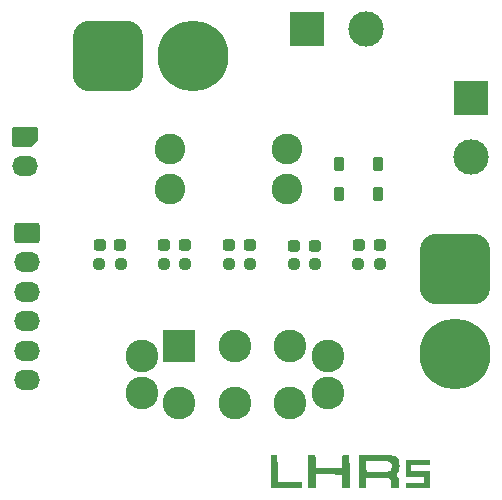
<source format=gbr>
%TF.GenerationSoftware,KiCad,Pcbnew,9.0.3*%
%TF.CreationDate,2025-10-25T00:12:06-05:00*%
%TF.ProjectId,PS-PowerSelectorPCB,50532d50-6f77-4657-9253-656c6563746f,rev?*%
%TF.SameCoordinates,Original*%
%TF.FileFunction,Soldermask,Top*%
%TF.FilePolarity,Negative*%
%FSLAX46Y46*%
G04 Gerber Fmt 4.6, Leading zero omitted, Abs format (unit mm)*
G04 Created by KiCad (PCBNEW 9.0.3) date 2025-10-25 00:12:06*
%MOMM*%
%LPD*%
G01*
G04 APERTURE LIST*
G04 Aperture macros list*
%AMRoundRect*
0 Rectangle with rounded corners*
0 $1 Rounding radius*
0 $2 $3 $4 $5 $6 $7 $8 $9 X,Y pos of 4 corners*
0 Add a 4 corners polygon primitive as box body*
4,1,4,$2,$3,$4,$5,$6,$7,$8,$9,$2,$3,0*
0 Add four circle primitives for the rounded corners*
1,1,$1+$1,$2,$3*
1,1,$1+$1,$4,$5*
1,1,$1+$1,$6,$7*
1,1,$1+$1,$8,$9*
0 Add four rect primitives between the rounded corners*
20,1,$1+$1,$2,$3,$4,$5,0*
20,1,$1+$1,$4,$5,$6,$7,0*
20,1,$1+$1,$6,$7,$8,$9,0*
20,1,$1+$1,$8,$9,$2,$3,0*%
%AMFreePoly0*
4,1,22,0.945671,0.830970,1.026777,0.776777,1.080970,0.695671,1.100000,0.600000,1.100000,-0.600000,1.080970,-0.695671,1.026777,-0.776777,0.945671,-0.830970,0.850000,-0.850000,-0.850000,-0.850000,-0.945671,-0.830970,-1.026777,-0.776777,-1.080970,-0.695671,-1.100000,-0.600000,-1.100000,0.200000,-1.080970,0.295671,-1.026777,0.376777,-0.626777,0.776777,-0.545671,0.830970,-0.450000,0.850000,
0.850000,0.850000,0.945671,0.830970,0.945671,0.830970,$1*%
G04 Aperture macros list end*
%ADD10C,0.000000*%
%ADD11RoundRect,0.237500X-0.250000X-0.237500X0.250000X-0.237500X0.250000X0.237500X-0.250000X0.237500X0*%
%ADD12RoundRect,0.237500X-0.287500X-0.237500X0.287500X-0.237500X0.287500X0.237500X-0.287500X0.237500X0*%
%ADD13RoundRect,1.500000X-1.500000X-1.500000X1.500000X-1.500000X1.500000X1.500000X-1.500000X1.500000X0*%
%ADD14C,6.000000*%
%ADD15R,3.000000X3.000000*%
%ADD16C,3.000000*%
%ADD17RoundRect,0.225000X0.225000X0.375000X-0.225000X0.375000X-0.225000X-0.375000X0.225000X-0.375000X0*%
%ADD18C,2.604000*%
%ADD19C,2.775000*%
%ADD20R,2.775000X2.775000*%
%ADD21RoundRect,0.250000X0.850000X0.600000X-0.850000X0.600000X-0.850000X-0.600000X0.850000X-0.600000X0*%
%ADD22O,2.200000X1.700000*%
%ADD23RoundRect,1.500000X-1.500000X1.500000X-1.500000X-1.500000X1.500000X-1.500000X1.500000X1.500000X0*%
%ADD24FreePoly0,180.000000*%
G04 APERTURE END LIST*
D10*
%TO.C,LOGO1*%
G36*
X99500794Y-124946905D02*
G01*
X99525993Y-126080833D01*
X100546528Y-126094476D01*
X101567064Y-126108119D01*
X101567064Y-126359059D01*
X101567064Y-126610000D01*
X100230751Y-126610000D01*
X98894438Y-126610000D01*
X98907834Y-125211488D01*
X98921231Y-123812976D01*
X99198413Y-123812976D01*
X99475596Y-123812976D01*
X99500794Y-124946905D01*
G37*
G36*
X112365873Y-124460198D02*
G01*
X112365873Y-124686984D01*
X111584722Y-124686984D01*
X110803571Y-124686984D01*
X110803571Y-124938968D01*
X110803571Y-125190952D01*
X111584722Y-125190952D01*
X112365873Y-125190952D01*
X112365873Y-125896508D01*
X112365873Y-126602063D01*
X111357936Y-126602063D01*
X110350000Y-126602063D01*
X110350000Y-126375278D01*
X110350000Y-126148492D01*
X111131151Y-126148492D01*
X111912301Y-126148492D01*
X111912301Y-125896508D01*
X111912301Y-125644524D01*
X111131151Y-125644524D01*
X110350000Y-125644524D01*
X110350000Y-124938968D01*
X110350000Y-124233413D01*
X111357936Y-124233413D01*
X112365873Y-124233413D01*
X112365873Y-124460198D01*
G37*
G36*
X105376828Y-123796870D02*
G01*
X105573612Y-123812976D01*
X105587008Y-125211488D01*
X105600404Y-126610000D01*
X105273678Y-126610000D01*
X104946952Y-126610000D01*
X104932703Y-126043036D01*
X104918453Y-125476071D01*
X103823982Y-125462494D01*
X102729510Y-125448916D01*
X102715251Y-126016859D01*
X102700993Y-126584801D01*
X102385211Y-126599826D01*
X102069429Y-126614851D01*
X102082830Y-125213914D01*
X102096231Y-123812976D01*
X102352691Y-123798025D01*
X102551790Y-123802861D01*
X102660363Y-123845420D01*
X102665728Y-123851244D01*
X102691275Y-123928573D01*
X102714051Y-124081243D01*
X102730876Y-124283801D01*
X102736847Y-124420561D01*
X102751389Y-124921706D01*
X103834921Y-124921706D01*
X104918453Y-124921706D01*
X104932752Y-124380474D01*
X104942061Y-124122555D01*
X104961771Y-123949779D01*
X105003781Y-123846509D01*
X105079990Y-123797105D01*
X105202298Y-123785930D01*
X105376828Y-123796870D01*
G37*
G36*
X107606389Y-123792880D02*
G01*
X107929517Y-123796724D01*
X108397725Y-123805193D01*
X108775655Y-123817869D01*
X109073823Y-123838856D01*
X109302744Y-123872257D01*
X109472934Y-123922178D01*
X109594908Y-123992721D01*
X109679182Y-124087992D01*
X109736272Y-124212094D01*
X109776693Y-124369132D01*
X109805352Y-124528856D01*
X109815781Y-124731314D01*
X109792188Y-124953805D01*
X109741695Y-125162348D01*
X109671422Y-125322966D01*
X109627371Y-125378160D01*
X109563130Y-125444076D01*
X109563297Y-125496382D01*
X109630288Y-125576572D01*
X109639499Y-125586385D01*
X109695563Y-125661351D01*
X109732230Y-125758775D01*
X109755316Y-125903634D01*
X109770634Y-126120905D01*
X109772438Y-126157429D01*
X109794076Y-126610000D01*
X109460332Y-126610000D01*
X109126588Y-126610000D01*
X109126588Y-126314415D01*
X109114342Y-126107713D01*
X109071898Y-125964351D01*
X109022136Y-125886042D01*
X108917685Y-125753254D01*
X107963803Y-125753254D01*
X107009921Y-125753254D01*
X107009921Y-126181627D01*
X107009921Y-126610000D01*
X106682342Y-126610000D01*
X106354762Y-126610000D01*
X106354762Y-125225047D01*
X106354762Y-124762116D01*
X106354762Y-124342143D01*
X107009921Y-124342143D01*
X107009921Y-124762116D01*
X107014188Y-124959653D01*
X107025542Y-125117374D01*
X107041816Y-125209012D01*
X107047719Y-125220099D01*
X107107819Y-125231199D01*
X107252244Y-125239204D01*
X107464564Y-125243761D01*
X107728345Y-125244519D01*
X108027158Y-125241126D01*
X108028719Y-125241098D01*
X108365482Y-125234007D01*
X108615965Y-125225610D01*
X108794681Y-125214404D01*
X108916141Y-125198885D01*
X108994859Y-125177551D01*
X109045349Y-125148897D01*
X109061853Y-125134093D01*
X109127195Y-125015962D01*
X109151407Y-124824497D01*
X109151786Y-124789462D01*
X109141791Y-124620129D01*
X109103410Y-124513196D01*
X109032810Y-124438484D01*
X108982720Y-124404546D01*
X108918423Y-124379601D01*
X108824814Y-124362287D01*
X108686788Y-124351247D01*
X108489240Y-124345123D01*
X108217064Y-124342554D01*
X107961878Y-124342143D01*
X107009921Y-124342143D01*
X106354762Y-124342143D01*
X106354762Y-123840095D01*
X106480608Y-123808509D01*
X106563764Y-123800726D01*
X106732805Y-123795150D01*
X106972847Y-123791903D01*
X107269004Y-123791106D01*
X107606389Y-123792880D01*
G37*
%TD*%
D11*
%TO.C,R1*%
X84387500Y-107625000D03*
X86212500Y-107625000D03*
%TD*%
%TO.C,R4*%
X100837500Y-107675000D03*
X102662500Y-107675000D03*
%TD*%
D12*
%TO.C,D1*%
X84425000Y-106050000D03*
X86175000Y-106050000D03*
%TD*%
D13*
%TO.C,J1*%
X85100000Y-90050000D03*
D14*
X92300000Y-90050000D03*
%TD*%
D15*
%TO.C,J2*%
X101950000Y-87750000D03*
D16*
X106950000Y-87750000D03*
%TD*%
D11*
%TO.C,R5*%
X89862500Y-107625000D03*
X91687500Y-107625000D03*
%TD*%
D12*
%TO.C,D3*%
X95400000Y-106050000D03*
X97150000Y-106050000D03*
%TD*%
D11*
%TO.C,R3*%
X95337500Y-107625000D03*
X97162500Y-107625000D03*
%TD*%
D12*
%TO.C,D4*%
X100887500Y-106100000D03*
X102637500Y-106100000D03*
%TD*%
%TO.C,D5*%
X89912500Y-106050000D03*
X91662500Y-106050000D03*
%TD*%
D17*
%TO.C,D6*%
X107950000Y-99200000D03*
X104650000Y-99200000D03*
%TD*%
%TO.C,D7*%
X107950000Y-101700000D03*
X104650000Y-101700000D03*
%TD*%
D18*
%TO.C,F1*%
X90340000Y-97900000D03*
X100260000Y-97900000D03*
X90340000Y-101300000D03*
X100260000Y-101300000D03*
%TD*%
D11*
%TO.C,R2*%
X106312500Y-107625000D03*
X108137500Y-107625000D03*
%TD*%
D12*
%TO.C,D2*%
X106375000Y-106050000D03*
X108125000Y-106050000D03*
%TD*%
D19*
%TO.C,SW1*%
X88000000Y-115395000D03*
X88000000Y-118575000D03*
X103750000Y-115395000D03*
X103750000Y-118575000D03*
D20*
X91175000Y-114570000D03*
D19*
X95875000Y-114570000D03*
X100575000Y-114570000D03*
X91175000Y-119400000D03*
X95875000Y-119400000D03*
X100575000Y-119400000D03*
%TD*%
D21*
%TO.C,J5*%
X78270000Y-105000000D03*
D22*
X78270000Y-107500000D03*
X78270000Y-110000000D03*
X78270000Y-112500000D03*
X78270000Y-115000000D03*
X78270000Y-117500000D03*
%TD*%
D23*
%TO.C,J3*%
X114500000Y-108100000D03*
D14*
X114500000Y-115300000D03*
%TD*%
D24*
%TO.C,J6*%
X78100000Y-96850000D03*
D22*
X78100000Y-99350000D03*
%TD*%
D15*
%TO.C,J4*%
X115900000Y-93600000D03*
D16*
X115900000Y-98600000D03*
%TD*%
M02*

</source>
